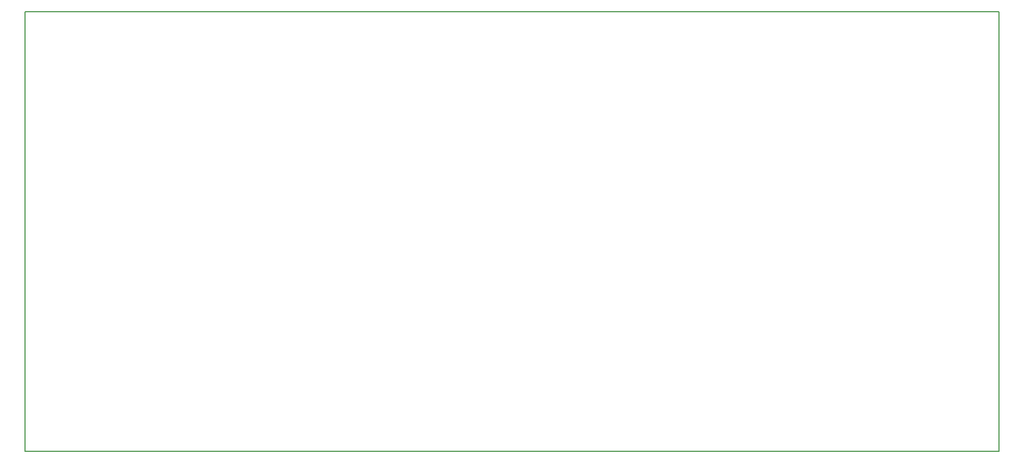
<source format=gm1>
G04*
G04 #@! TF.GenerationSoftware,Altium Limited,Altium Designer,22.0.2 (36)*
G04*
G04 Layer_Color=16711935*
%FSLAX44Y44*%
%MOMM*%
G71*
G04*
G04 #@! TF.SameCoordinates,AD71EA70-9FC7-4FF3-9A77-F54E5D2193E9*
G04*
G04*
G04 #@! TF.FilePolarity,Positive*
G04*
G01*
G75*
%ADD16C,0.1500*%
D16*
X0Y700000D02*
X1550000D01*
X0Y0D02*
Y700000D01*
X1550000D02*
X1550000Y0D01*
X0D02*
X1550000D01*
X0Y700000D02*
X1550000D01*
X0Y0D02*
Y700000D01*
X1550000D02*
X1550000Y0D01*
X0D02*
X1550000D01*
M02*

</source>
